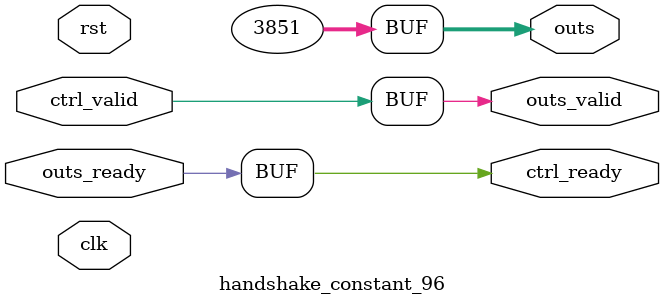
<source format=v>
`timescale 1ns / 1ps
module handshake_constant_96 #(
  parameter DATA_WIDTH = 32  // Default set to 32 bits
) (
  input                       clk,
  input                       rst,
  // Input Channel
  input                       ctrl_valid,
  output                      ctrl_ready,
  // Output Channel
  output [DATA_WIDTH - 1 : 0] outs,
  output                      outs_valid,
  input                       outs_ready
);
  assign outs       = 12'b111100001011;
  assign outs_valid = ctrl_valid;
  assign ctrl_ready = outs_ready;

endmodule

</source>
